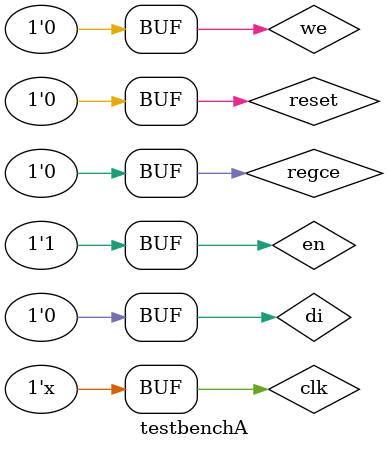
<source format=v>
`timescale 1ns/1ps
module testbenchA;
reg clk, reset, we, regce, en, di;
wire red, green, blue;
reg [13:0] addr;

VRAM VRAM_inst(.addr(addr), .clk(clk), .reset(reset), .we(we), .regce(regce), .en(en), .di(di), .red(red), .green(green), .blue(blue));

initial 
begin
    clk = 0;
    reset = 1;
    addr = 14'b0;
    we = 0;
    regce = 0;
    en = 1;
    di = 0;
    #10 reset = 0;
    addr = 14'b0;

    // #100 addr = 14'b00000000000000;
    // #1000 addr = 14'b00000000000111;
end

always @(posedge clk)
begin
    #100 addr <= addr + 1;
    $monitor("addr: %d r = %d g = %d b =%d\n", addr, red, green, blue);
end

always #5 clk = ~clk;

endmodule
</source>
